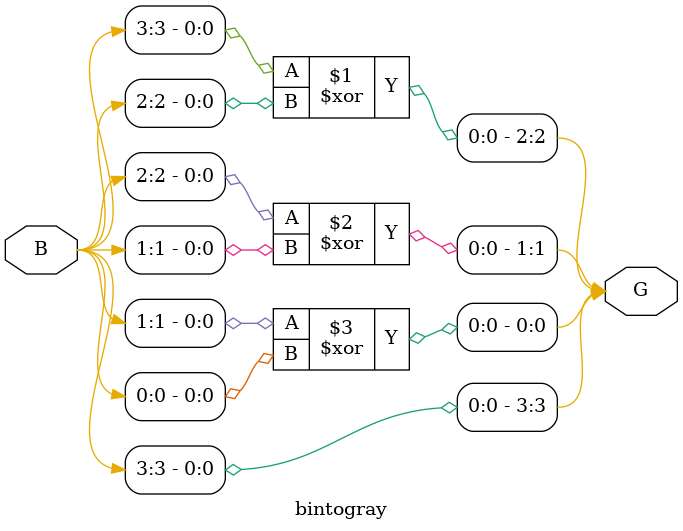
<source format=v>
module bintogray(input [3:0] B , output [3:0] G);
assign G[3] = B[3];
assign G[2] = B[3] ^ B[2];
assign G[1] = B[2] ^ B[1];
assign G[0] = B[1] ^ B[0];
endmodule

</source>
